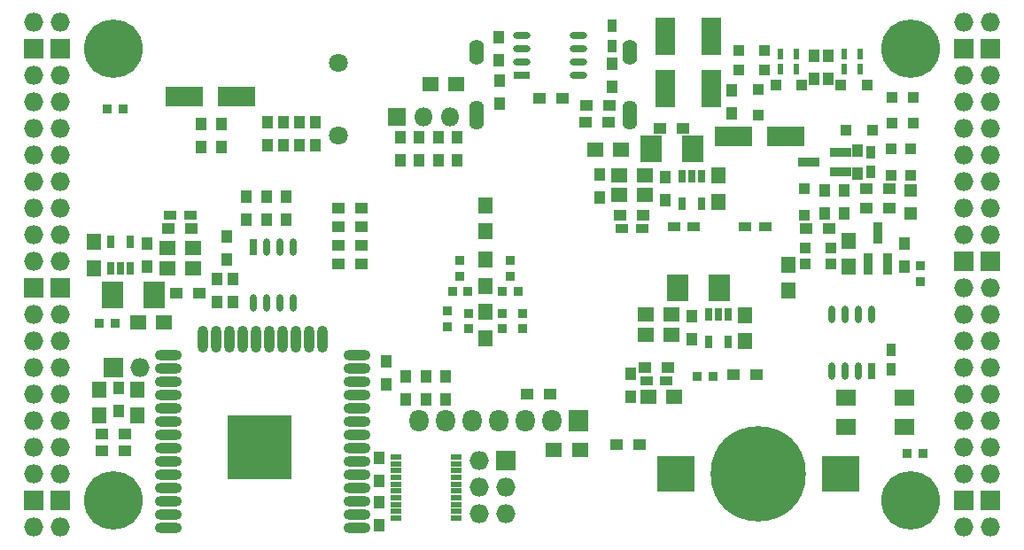
<source format=gbs>
G04 #@! TF.FileFunction,Soldermask,Bot*
%FSLAX46Y46*%
G04 Gerber Fmt 4.6, Leading zero omitted, Abs format (unit mm)*
G04 Created by KiCad (PCBNEW 4.0.7+dfsg1-1) date Mon Apr  2 15:36:29 2018*
%MOMM*%
%LPD*%
G01*
G04 APERTURE LIST*
%ADD10C,0.100000*%
%ADD11R,1.800000X1.800000*%
%ADD12O,1.800000X1.800000*%
%ADD13R,1.000000X1.300000*%
%ADD14O,1.827200X1.827200*%
%ADD15R,1.827200X1.827200*%
%ADD16R,1.900000X3.600000*%
%ADD17R,1.300000X1.000000*%
%ADD18R,2.100000X2.600000*%
%ADD19R,0.800000X1.300000*%
%ADD20R,1.350000X1.600000*%
%ADD21R,1.600000X1.350000*%
%ADD22R,0.900000X2.000000*%
%ADD23R,2.000000X0.900000*%
%ADD24R,1.300000X0.850000*%
%ADD25R,0.850000X1.300000*%
%ADD26C,5.600000*%
%ADD27R,1.100000X0.500000*%
%ADD28R,1.827200X2.132000*%
%ADD29O,1.827200X2.132000*%
%ADD30R,3.600000X1.900000*%
%ADD31R,3.600000X3.400000*%
%ADD32C,9.100000*%
%ADD33R,1.100000X1.100000*%
%ADD34C,1.800000*%
%ADD35O,1.400000X2.800000*%
%ADD36O,1.400000X2.400000*%
%ADD37R,0.700000X1.650000*%
%ADD38O,0.700000X1.650000*%
%ADD39R,1.650000X0.700000*%
%ADD40O,1.650000X0.700000*%
%ADD41O,2.600000X1.000000*%
%ADD42O,1.000000X2.600000*%
%ADD43R,6.100000X6.100000*%
%ADD44R,1.900000X1.500000*%
%ADD45R,1.300000X1.300000*%
%ADD46R,0.850000X0.900000*%
%ADD47R,0.900000X0.850000*%
%ADD48R,0.600000X1.000000*%
G04 APERTURE END LIST*
D10*
D11*
X130056000Y-71725000D03*
D12*
X132596000Y-71725000D03*
X135136000Y-71725000D03*
D13*
X169919000Y-68065000D03*
X169919000Y-65865000D03*
D14*
X97910000Y-62690000D03*
X95370000Y-62690000D03*
D15*
X97910000Y-65230000D03*
X95370000Y-65230000D03*
D14*
X97910000Y-67770000D03*
X95370000Y-67770000D03*
X97910000Y-70310000D03*
X95370000Y-70310000D03*
X97910000Y-72850000D03*
X95370000Y-72850000D03*
X97910000Y-75390000D03*
X95370000Y-75390000D03*
X97910000Y-77930000D03*
X95370000Y-77930000D03*
X97910000Y-80470000D03*
X95370000Y-80470000D03*
X97910000Y-83010000D03*
X95370000Y-83010000D03*
X97910000Y-85550000D03*
X95370000Y-85550000D03*
D15*
X97910000Y-88090000D03*
X95370000Y-88090000D03*
D14*
X97910000Y-90630000D03*
X95370000Y-90630000D03*
X97910000Y-93170000D03*
X95370000Y-93170000D03*
X97910000Y-95710000D03*
X95370000Y-95710000D03*
X97910000Y-98250000D03*
X95370000Y-98250000D03*
X97910000Y-100790000D03*
X95370000Y-100790000D03*
X97910000Y-103330000D03*
X95370000Y-103330000D03*
X97910000Y-105870000D03*
X95370000Y-105870000D03*
D15*
X97910000Y-108410000D03*
X95370000Y-108410000D03*
D14*
X97910000Y-110950000D03*
X95370000Y-110950000D03*
D13*
X103498000Y-99858000D03*
X103498000Y-97658000D03*
D16*
X155695000Y-69000000D03*
X155695000Y-64000000D03*
D17*
X157430000Y-72850000D03*
X155230000Y-72850000D03*
D18*
X160870000Y-88090000D03*
X156870000Y-88090000D03*
D19*
X159825000Y-90600000D03*
X160775000Y-90600000D03*
X161725000Y-90600000D03*
X161725000Y-93200000D03*
X159825000Y-93200000D03*
D18*
X102895000Y-88725000D03*
X106895000Y-88725000D03*
D19*
X104575000Y-86215000D03*
X103625000Y-86215000D03*
X102675000Y-86215000D03*
X102675000Y-83615000D03*
X104575000Y-83615000D03*
D18*
X158330000Y-74755000D03*
X154330000Y-74755000D03*
D19*
X157285000Y-77392000D03*
X158235000Y-77392000D03*
X159185000Y-77392000D03*
X159185000Y-79992000D03*
X157285000Y-79992000D03*
D20*
X101085000Y-83665000D03*
X101085000Y-86165000D03*
D21*
X153810000Y-90630000D03*
X156310000Y-90630000D03*
X153810000Y-92535000D03*
X156310000Y-92535000D03*
D20*
X163315000Y-93150000D03*
X163315000Y-90650000D03*
D21*
X151270000Y-79200000D03*
X153770000Y-79200000D03*
X151270000Y-77295000D03*
X153770000Y-77295000D03*
D20*
X160775000Y-79815000D03*
X160775000Y-77315000D03*
D21*
X110590000Y-84280000D03*
X108090000Y-84280000D03*
X110590000Y-86185000D03*
X108090000Y-86185000D03*
D20*
X173221000Y-86038000D03*
X173221000Y-83538000D03*
D22*
X176965000Y-85780000D03*
X175065000Y-85780000D03*
X176015000Y-82780000D03*
D23*
X172435000Y-75075000D03*
X172435000Y-76975000D03*
X169435000Y-76025000D03*
D24*
X153910000Y-96910000D03*
X155810000Y-96910000D03*
X151570000Y-82375000D03*
X153470000Y-82375000D03*
X110290000Y-81105000D03*
X108390000Y-81105000D03*
D25*
X175380000Y-75075000D03*
X175380000Y-76975000D03*
D17*
X169200000Y-82375000D03*
X171400000Y-82375000D03*
D13*
X172840000Y-80935000D03*
X172840000Y-78735000D03*
D17*
X177115000Y-80470000D03*
X174915000Y-80470000D03*
D13*
X174110000Y-74925000D03*
X174110000Y-77125000D03*
X178555000Y-83815000D03*
X178555000Y-86015000D03*
X113785000Y-83180000D03*
X113785000Y-85380000D03*
X170935000Y-80935000D03*
X170935000Y-78735000D03*
X128390000Y-108580000D03*
X128390000Y-110780000D03*
D17*
X153239000Y-103076000D03*
X151039000Y-103076000D03*
X177115000Y-78565000D03*
X174915000Y-78565000D03*
X153760000Y-95640000D03*
X155960000Y-95640000D03*
X110440000Y-82375000D03*
X108240000Y-82375000D03*
X151420000Y-81105000D03*
X153620000Y-81105000D03*
D13*
X158235000Y-90800000D03*
X158235000Y-93000000D03*
X106165000Y-86015000D03*
X106165000Y-83815000D03*
X155695000Y-77465000D03*
X155695000Y-79665000D03*
D17*
X126696000Y-85804000D03*
X124496000Y-85804000D03*
X126696000Y-84026000D03*
X124496000Y-84026000D03*
X126696000Y-82248000D03*
X124496000Y-82248000D03*
X126696000Y-80470000D03*
X124496000Y-80470000D03*
D13*
X130422000Y-75873000D03*
X130422000Y-73673000D03*
X132200000Y-75873000D03*
X132200000Y-73673000D03*
X133993000Y-75873000D03*
X133993000Y-73673000D03*
X135771000Y-75873000D03*
X135771000Y-73673000D03*
D25*
X150589600Y-64910000D03*
X150589600Y-63010000D03*
D14*
X184270000Y-110950000D03*
X186810000Y-110950000D03*
D15*
X184270000Y-108410000D03*
X186810000Y-108410000D03*
D14*
X184270000Y-105870000D03*
X186810000Y-105870000D03*
X184270000Y-103330000D03*
X186810000Y-103330000D03*
X184270000Y-100790000D03*
X186810000Y-100790000D03*
X184270000Y-98250000D03*
X186810000Y-98250000D03*
X184270000Y-95710000D03*
X186810000Y-95710000D03*
X184270000Y-93170000D03*
X186810000Y-93170000D03*
X184270000Y-90630000D03*
X186810000Y-90630000D03*
X184270000Y-88090000D03*
X186810000Y-88090000D03*
D15*
X184270000Y-85550000D03*
X186810000Y-85550000D03*
D14*
X184270000Y-83010000D03*
X186810000Y-83010000D03*
X184270000Y-80470000D03*
X186810000Y-80470000D03*
X184270000Y-77930000D03*
X186810000Y-77930000D03*
X184270000Y-75390000D03*
X186810000Y-75390000D03*
X184270000Y-72850000D03*
X186810000Y-72850000D03*
X184270000Y-70310000D03*
X186810000Y-70310000D03*
X184270000Y-67770000D03*
X186810000Y-67770000D03*
D15*
X184270000Y-65230000D03*
X186810000Y-65230000D03*
D14*
X184270000Y-62690000D03*
X186810000Y-62690000D03*
D26*
X102990000Y-108410000D03*
X179190000Y-108410000D03*
X179190000Y-65230000D03*
X102990000Y-65230000D03*
D13*
X162045000Y-71410000D03*
X162045000Y-69210000D03*
X139820000Y-66330000D03*
X139820000Y-64130000D03*
X139835000Y-68212000D03*
X139835000Y-70412000D03*
X150615000Y-68870000D03*
X150615000Y-66670000D03*
D17*
X150275000Y-72215000D03*
X148075000Y-72215000D03*
X150380000Y-70600000D03*
X148180000Y-70600000D03*
D27*
X135735000Y-104215000D03*
X135735000Y-104865000D03*
X135735000Y-105515000D03*
X135735000Y-106165000D03*
X135735000Y-106815000D03*
X135735000Y-107465000D03*
X135735000Y-108115000D03*
X135735000Y-108765000D03*
X135735000Y-109415000D03*
X135735000Y-110065000D03*
X129935000Y-110065000D03*
X129935000Y-109415000D03*
X129935000Y-108765000D03*
X129935000Y-108115000D03*
X129935000Y-107465000D03*
X129935000Y-106815000D03*
X129935000Y-106165000D03*
X129935000Y-105515000D03*
X129935000Y-104865000D03*
X129935000Y-104215000D03*
D13*
X119500000Y-79370000D03*
X119500000Y-81570000D03*
X114420000Y-89444000D03*
X114420000Y-87244000D03*
X129025000Y-97275000D03*
X129025000Y-95075000D03*
X117595000Y-79370000D03*
X117595000Y-81570000D03*
X112896000Y-89444000D03*
X112896000Y-87244000D03*
X115690000Y-79370000D03*
X115690000Y-81570000D03*
D17*
X144730000Y-98250000D03*
X142530000Y-98250000D03*
D13*
X132835000Y-98715000D03*
X132835000Y-96515000D03*
X130930000Y-98715000D03*
X130930000Y-96515000D03*
D17*
X101890000Y-103600000D03*
X104090000Y-103600000D03*
D15*
X102990000Y-95710000D03*
D14*
X105530000Y-95710000D03*
D17*
X104090000Y-102060000D03*
X101890000Y-102060000D03*
D20*
X167506000Y-88324000D03*
X167506000Y-85824000D03*
D17*
X164415000Y-96345000D03*
X162215000Y-96345000D03*
D15*
X140455000Y-104600000D03*
D14*
X137915000Y-104600000D03*
X140455000Y-107140000D03*
X137915000Y-107140000D03*
X140455000Y-109680000D03*
X137915000Y-109680000D03*
D20*
X138500000Y-90370000D03*
X138500000Y-92870000D03*
X138500000Y-82670000D03*
X138500000Y-80170000D03*
X138500000Y-85370000D03*
X138500000Y-87870000D03*
X101593000Y-97762000D03*
X101593000Y-100262000D03*
D13*
X113277000Y-74585000D03*
X113277000Y-72385000D03*
X111372000Y-74585000D03*
X111372000Y-72385000D03*
X171316000Y-68065000D03*
X171316000Y-65865000D03*
D28*
X147440000Y-100790000D03*
D29*
X144900000Y-100790000D03*
X142360000Y-100790000D03*
X139820000Y-100790000D03*
X137280000Y-100790000D03*
X134740000Y-100790000D03*
X132200000Y-100790000D03*
D20*
X105276000Y-100262000D03*
X105276000Y-97762000D03*
D30*
X109761000Y-69802000D03*
X114761000Y-69802000D03*
X167212000Y-73612000D03*
X162212000Y-73612000D03*
D16*
X160140000Y-64000000D03*
X160140000Y-69000000D03*
D21*
X154064000Y-98504000D03*
X156564000Y-98504000D03*
X107796000Y-91392000D03*
X105296000Y-91392000D03*
X151484000Y-74882000D03*
X148984000Y-74882000D03*
D13*
X134740000Y-96515000D03*
X134740000Y-98715000D03*
D31*
X172485000Y-105870000D03*
X156685000Y-105870000D03*
D32*
X164585000Y-105870000D03*
D33*
X168756000Y-68659000D03*
X166256000Y-68659000D03*
X172479000Y-68659000D03*
X174979000Y-68659000D03*
X169050000Y-84280000D03*
X171550000Y-84280000D03*
X169030000Y-81085000D03*
X169030000Y-78585000D03*
X171550000Y-85804000D03*
X169050000Y-85804000D03*
X179190000Y-77275000D03*
X179190000Y-74775000D03*
X177285000Y-74775000D03*
X177285000Y-77275000D03*
X172987000Y-72977000D03*
X175487000Y-72977000D03*
X164585000Y-69060000D03*
X164585000Y-71560000D03*
D13*
X128390000Y-106546000D03*
X128390000Y-104346000D03*
X117722000Y-74458000D03*
X117722000Y-72258000D03*
X119246000Y-74458000D03*
X119246000Y-72258000D03*
X120770000Y-74458000D03*
X120770000Y-72258000D03*
X122294000Y-74458000D03*
X122294000Y-72258000D03*
D17*
X145880000Y-69900000D03*
X143680000Y-69900000D03*
D34*
X124468000Y-66518000D03*
X124468000Y-73518000D03*
D35*
X152280000Y-71550000D03*
X137680000Y-71550000D03*
D36*
X137680000Y-65500000D03*
X152280000Y-65500000D03*
D37*
X175395000Y-96015000D03*
D38*
X174125000Y-96015000D03*
X172855000Y-96015000D03*
X171585000Y-96015000D03*
X171585000Y-90615000D03*
X172855000Y-90615000D03*
X174125000Y-90615000D03*
X175395000Y-90615000D03*
D39*
X141980000Y-67706500D03*
D40*
X141980000Y-66436500D03*
X141980000Y-65166500D03*
X141980000Y-63896500D03*
X147380000Y-63896500D03*
X147380000Y-65166500D03*
X147380000Y-66436500D03*
X147380000Y-67706500D03*
D37*
X116325000Y-84120000D03*
D38*
X117595000Y-84120000D03*
X118865000Y-84120000D03*
X120135000Y-84120000D03*
X120135000Y-89520000D03*
X118865000Y-89520000D03*
X117595000Y-89520000D03*
X116325000Y-89520000D03*
D41*
X126230000Y-111000000D03*
X126230000Y-109730000D03*
X126230000Y-108460000D03*
X126230000Y-107190000D03*
X126230000Y-105920000D03*
X126230000Y-104650000D03*
X126230000Y-103380000D03*
X126230000Y-102110000D03*
X126230000Y-100840000D03*
X126230000Y-99570000D03*
X126230000Y-98300000D03*
X126230000Y-97030000D03*
X126230000Y-95760000D03*
X126230000Y-94490000D03*
D42*
X122945000Y-93000000D03*
X121675000Y-93000000D03*
X120405000Y-93000000D03*
X119135000Y-93000000D03*
X117865000Y-93000000D03*
X116595000Y-93000000D03*
X115325000Y-93000000D03*
X114055000Y-93000000D03*
X112785000Y-93000000D03*
X111515000Y-93000000D03*
D41*
X108230000Y-94490000D03*
X108230000Y-95760000D03*
X108230000Y-97030000D03*
X108230000Y-98300000D03*
X108230000Y-99570000D03*
X108230000Y-100840000D03*
X108230000Y-102110000D03*
X108230000Y-103380000D03*
X108230000Y-104650000D03*
X108230000Y-105920000D03*
X108230000Y-107190000D03*
X108230000Y-108460000D03*
X108230000Y-109730000D03*
X108230000Y-111000000D03*
D43*
X116930000Y-103300000D03*
D44*
X178576000Y-98522000D03*
X172976000Y-98522000D03*
X172976000Y-101322000D03*
X178576000Y-101322000D03*
D45*
X179190000Y-78735000D03*
X179190000Y-80935000D03*
D46*
X140900000Y-86970000D03*
X140900000Y-85470000D03*
X136100000Y-86970000D03*
X136100000Y-85470000D03*
X136900000Y-91970000D03*
X136900000Y-90470000D03*
X140100000Y-91970000D03*
X140100000Y-90470000D03*
X142100000Y-91970000D03*
X142100000Y-90470000D03*
X134900000Y-91770000D03*
X134900000Y-90270000D03*
D47*
X136850000Y-88420000D03*
X135350000Y-88420000D03*
X140150000Y-88420000D03*
X141650000Y-88420000D03*
D24*
X163350000Y-82220000D03*
X165250000Y-82220000D03*
X158450000Y-82220000D03*
X156550000Y-82220000D03*
D25*
X177300000Y-93950000D03*
X177300000Y-95850000D03*
D48*
X166756000Y-67135000D03*
X168256000Y-67135000D03*
X174350000Y-67120000D03*
X172850000Y-67120000D03*
D33*
X162700000Y-67262000D03*
X165200000Y-67262000D03*
X165200000Y-65357000D03*
X162700000Y-65357000D03*
X177412000Y-72322000D03*
X177412000Y-69822000D03*
X179444000Y-69822000D03*
X179444000Y-72322000D03*
D48*
X166756000Y-65738000D03*
X168256000Y-65738000D03*
X172852000Y-65738000D03*
X174352000Y-65738000D03*
D13*
X152393000Y-96261000D03*
X152393000Y-98461000D03*
D17*
X109002000Y-88598000D03*
X111202000Y-88598000D03*
D13*
X149472000Y-77211000D03*
X149472000Y-79411000D03*
D21*
X145047000Y-103584000D03*
X147547000Y-103584000D03*
X133251000Y-68550000D03*
X135751000Y-68550000D03*
D47*
X103870000Y-70963000D03*
X102370000Y-70963000D03*
X103120000Y-91410000D03*
X101620000Y-91410000D03*
D46*
X180094000Y-85961000D03*
X180094000Y-87461000D03*
D47*
X178848000Y-103856000D03*
X180348000Y-103856000D03*
X158770000Y-96490000D03*
X160270000Y-96490000D03*
M02*

</source>
